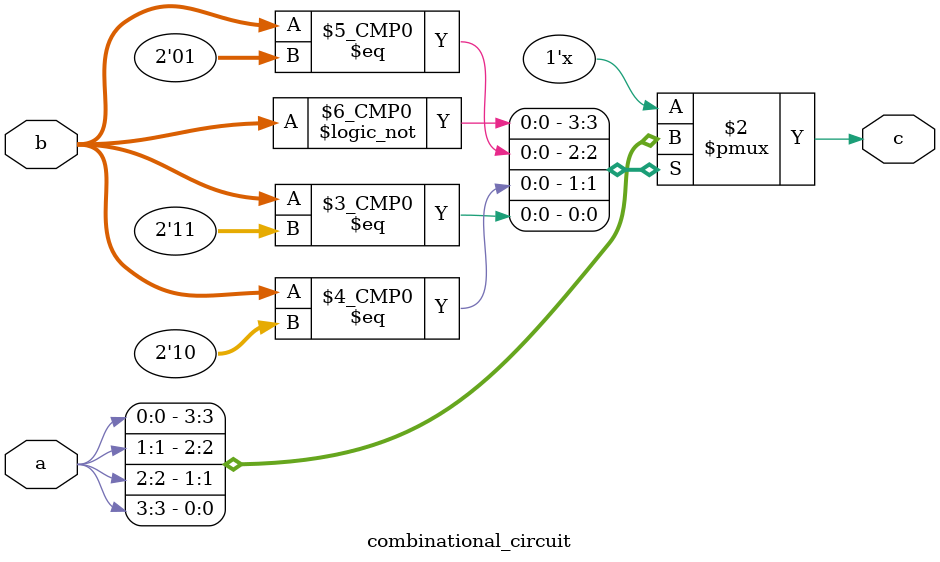
<source format=v>
module combinational_circuit(input [3:0] a, input [1:0] b, output reg c);

  always@(a,b) //always@(*)
begin
  case(b)
  2'b00:c=a[0];
  2'b01:c=a[1];
  2'b10:c=a[2];
  2'b11:c=a[3];
  endcase
end

endmodule

</source>
